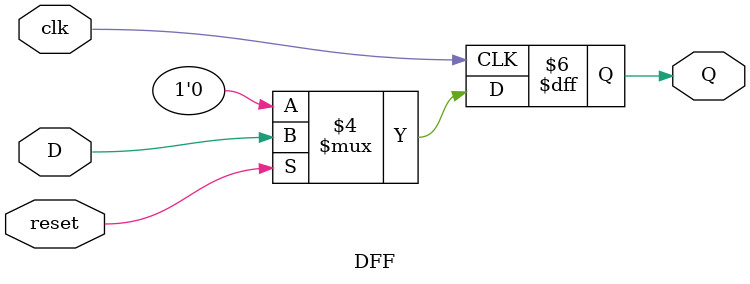
<source format=v>
`timescale 1ns / 1ps
module DFF(
	 output reg Q,
    input D,
    input clk,
    input reset
    );

always@(negedge clk)

if(reset == 0)
	Q<=1'b0;
else
	Q<=D;


endmodule

</source>
